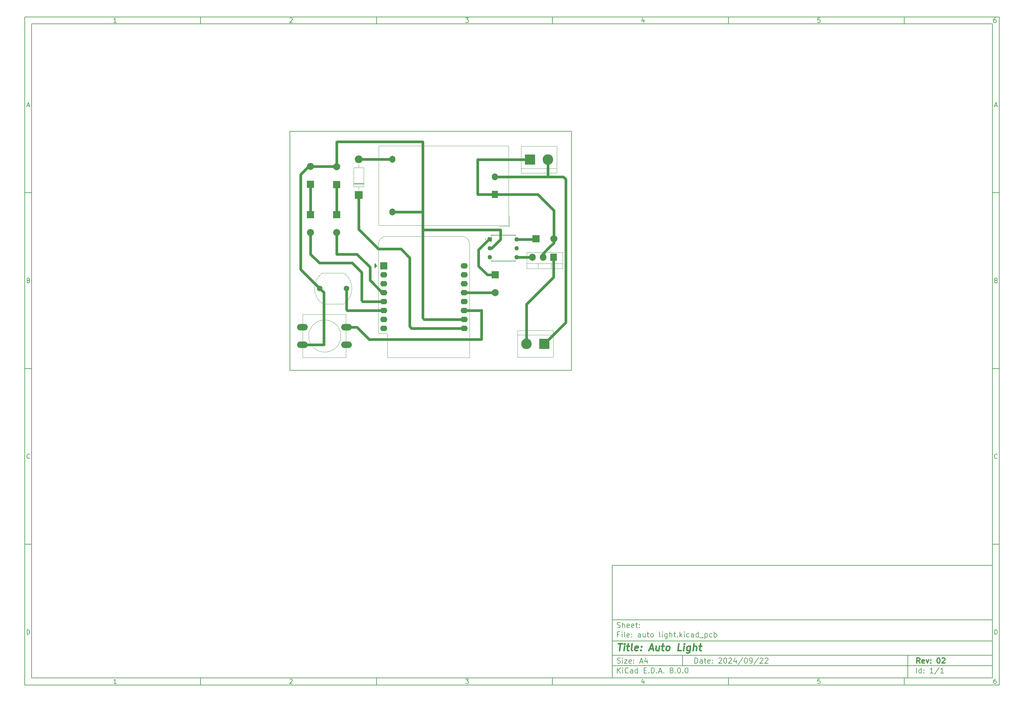
<source format=gbr>
%TF.GenerationSoftware,KiCad,Pcbnew,8.0.0*%
%TF.CreationDate,2024-09-22T00:05:50+06:00*%
%TF.ProjectId,auto light,6175746f-206c-4696-9768-742e6b696361,02*%
%TF.SameCoordinates,Original*%
%TF.FileFunction,Legend,Top*%
%TF.FilePolarity,Positive*%
%FSLAX46Y46*%
G04 Gerber Fmt 4.6, Leading zero omitted, Abs format (unit mm)*
G04 Created by KiCad (PCBNEW 8.0.0) date 2024-09-22 00:05:50*
%MOMM*%
%LPD*%
G01*
G04 APERTURE LIST*
%ADD10C,0.100000*%
%ADD11C,0.150000*%
%ADD12C,0.300000*%
%ADD13C,0.400000*%
%ADD14C,0.120000*%
%ADD15C,0.200000*%
%ADD16C,0.127000*%
%TA.AperFunction,NonConductor*%
%ADD17C,0.200000*%
%TD*%
%TA.AperFunction,ComponentPad*%
%ADD18R,2.000000X2.000000*%
%TD*%
%TA.AperFunction,ComponentPad*%
%ADD19O,2.000000X1.600000*%
%TD*%
%TA.AperFunction,ComponentPad*%
%ADD20C,2.000000*%
%TD*%
%TA.AperFunction,ComponentPad*%
%ADD21R,2.200000X2.200000*%
%TD*%
%TA.AperFunction,ComponentPad*%
%ADD22O,2.200000X2.200000*%
%TD*%
%TA.AperFunction,ComponentPad*%
%ADD23R,1.905000X2.000000*%
%TD*%
%TA.AperFunction,ComponentPad*%
%ADD24O,1.905000X2.000000*%
%TD*%
%TA.AperFunction,ComponentPad*%
%ADD25R,3.000000X3.000000*%
%TD*%
%TA.AperFunction,ComponentPad*%
%ADD26C,3.000000*%
%TD*%
%TA.AperFunction,ComponentPad*%
%ADD27O,3.048000X1.850000*%
%TD*%
%TA.AperFunction,ComponentPad*%
%ADD28C,1.600000*%
%TD*%
%TA.AperFunction,ComponentPad*%
%ADD29R,1.700000X2.000000*%
%TD*%
%TA.AperFunction,ComponentPad*%
%ADD30O,1.700000X2.000000*%
%TD*%
%TA.AperFunction,ComponentPad*%
%ADD31C,1.260000*%
%TD*%
%TA.AperFunction,ComponentPad*%
%ADD32R,1.260000X1.260000*%
%TD*%
%TA.AperFunction,Conductor*%
%ADD33C,0.760000*%
%TD*%
G04 APERTURE END LIST*
D10*
D11*
X177002200Y-166007200D02*
X285002200Y-166007200D01*
X285002200Y-198007200D01*
X177002200Y-198007200D01*
X177002200Y-166007200D01*
D10*
D11*
X10000000Y-10000000D02*
X287002200Y-10000000D01*
X287002200Y-200007200D01*
X10000000Y-200007200D01*
X10000000Y-10000000D01*
D10*
D11*
X12000000Y-12000000D02*
X285002200Y-12000000D01*
X285002200Y-198007200D01*
X12000000Y-198007200D01*
X12000000Y-12000000D01*
D10*
D11*
X60000000Y-12000000D02*
X60000000Y-10000000D01*
D10*
D11*
X110000000Y-12000000D02*
X110000000Y-10000000D01*
D10*
D11*
X160000000Y-12000000D02*
X160000000Y-10000000D01*
D10*
D11*
X210000000Y-12000000D02*
X210000000Y-10000000D01*
D10*
D11*
X260000000Y-12000000D02*
X260000000Y-10000000D01*
D10*
D11*
X36089160Y-11593604D02*
X35346303Y-11593604D01*
X35717731Y-11593604D02*
X35717731Y-10293604D01*
X35717731Y-10293604D02*
X35593922Y-10479319D01*
X35593922Y-10479319D02*
X35470112Y-10603128D01*
X35470112Y-10603128D02*
X35346303Y-10665033D01*
D10*
D11*
X85346303Y-10417414D02*
X85408207Y-10355509D01*
X85408207Y-10355509D02*
X85532017Y-10293604D01*
X85532017Y-10293604D02*
X85841541Y-10293604D01*
X85841541Y-10293604D02*
X85965350Y-10355509D01*
X85965350Y-10355509D02*
X86027255Y-10417414D01*
X86027255Y-10417414D02*
X86089160Y-10541223D01*
X86089160Y-10541223D02*
X86089160Y-10665033D01*
X86089160Y-10665033D02*
X86027255Y-10850747D01*
X86027255Y-10850747D02*
X85284398Y-11593604D01*
X85284398Y-11593604D02*
X86089160Y-11593604D01*
D10*
D11*
X135284398Y-10293604D02*
X136089160Y-10293604D01*
X136089160Y-10293604D02*
X135655826Y-10788842D01*
X135655826Y-10788842D02*
X135841541Y-10788842D01*
X135841541Y-10788842D02*
X135965350Y-10850747D01*
X135965350Y-10850747D02*
X136027255Y-10912652D01*
X136027255Y-10912652D02*
X136089160Y-11036461D01*
X136089160Y-11036461D02*
X136089160Y-11345985D01*
X136089160Y-11345985D02*
X136027255Y-11469795D01*
X136027255Y-11469795D02*
X135965350Y-11531700D01*
X135965350Y-11531700D02*
X135841541Y-11593604D01*
X135841541Y-11593604D02*
X135470112Y-11593604D01*
X135470112Y-11593604D02*
X135346303Y-11531700D01*
X135346303Y-11531700D02*
X135284398Y-11469795D01*
D10*
D11*
X185965350Y-10726938D02*
X185965350Y-11593604D01*
X185655826Y-10231700D02*
X185346303Y-11160271D01*
X185346303Y-11160271D02*
X186151064Y-11160271D01*
D10*
D11*
X236027255Y-10293604D02*
X235408207Y-10293604D01*
X235408207Y-10293604D02*
X235346303Y-10912652D01*
X235346303Y-10912652D02*
X235408207Y-10850747D01*
X235408207Y-10850747D02*
X235532017Y-10788842D01*
X235532017Y-10788842D02*
X235841541Y-10788842D01*
X235841541Y-10788842D02*
X235965350Y-10850747D01*
X235965350Y-10850747D02*
X236027255Y-10912652D01*
X236027255Y-10912652D02*
X236089160Y-11036461D01*
X236089160Y-11036461D02*
X236089160Y-11345985D01*
X236089160Y-11345985D02*
X236027255Y-11469795D01*
X236027255Y-11469795D02*
X235965350Y-11531700D01*
X235965350Y-11531700D02*
X235841541Y-11593604D01*
X235841541Y-11593604D02*
X235532017Y-11593604D01*
X235532017Y-11593604D02*
X235408207Y-11531700D01*
X235408207Y-11531700D02*
X235346303Y-11469795D01*
D10*
D11*
X285965350Y-10293604D02*
X285717731Y-10293604D01*
X285717731Y-10293604D02*
X285593922Y-10355509D01*
X285593922Y-10355509D02*
X285532017Y-10417414D01*
X285532017Y-10417414D02*
X285408207Y-10603128D01*
X285408207Y-10603128D02*
X285346303Y-10850747D01*
X285346303Y-10850747D02*
X285346303Y-11345985D01*
X285346303Y-11345985D02*
X285408207Y-11469795D01*
X285408207Y-11469795D02*
X285470112Y-11531700D01*
X285470112Y-11531700D02*
X285593922Y-11593604D01*
X285593922Y-11593604D02*
X285841541Y-11593604D01*
X285841541Y-11593604D02*
X285965350Y-11531700D01*
X285965350Y-11531700D02*
X286027255Y-11469795D01*
X286027255Y-11469795D02*
X286089160Y-11345985D01*
X286089160Y-11345985D02*
X286089160Y-11036461D01*
X286089160Y-11036461D02*
X286027255Y-10912652D01*
X286027255Y-10912652D02*
X285965350Y-10850747D01*
X285965350Y-10850747D02*
X285841541Y-10788842D01*
X285841541Y-10788842D02*
X285593922Y-10788842D01*
X285593922Y-10788842D02*
X285470112Y-10850747D01*
X285470112Y-10850747D02*
X285408207Y-10912652D01*
X285408207Y-10912652D02*
X285346303Y-11036461D01*
D10*
D11*
X60000000Y-198007200D02*
X60000000Y-200007200D01*
D10*
D11*
X110000000Y-198007200D02*
X110000000Y-200007200D01*
D10*
D11*
X160000000Y-198007200D02*
X160000000Y-200007200D01*
D10*
D11*
X210000000Y-198007200D02*
X210000000Y-200007200D01*
D10*
D11*
X260000000Y-198007200D02*
X260000000Y-200007200D01*
D10*
D11*
X36089160Y-199600804D02*
X35346303Y-199600804D01*
X35717731Y-199600804D02*
X35717731Y-198300804D01*
X35717731Y-198300804D02*
X35593922Y-198486519D01*
X35593922Y-198486519D02*
X35470112Y-198610328D01*
X35470112Y-198610328D02*
X35346303Y-198672233D01*
D10*
D11*
X85346303Y-198424614D02*
X85408207Y-198362709D01*
X85408207Y-198362709D02*
X85532017Y-198300804D01*
X85532017Y-198300804D02*
X85841541Y-198300804D01*
X85841541Y-198300804D02*
X85965350Y-198362709D01*
X85965350Y-198362709D02*
X86027255Y-198424614D01*
X86027255Y-198424614D02*
X86089160Y-198548423D01*
X86089160Y-198548423D02*
X86089160Y-198672233D01*
X86089160Y-198672233D02*
X86027255Y-198857947D01*
X86027255Y-198857947D02*
X85284398Y-199600804D01*
X85284398Y-199600804D02*
X86089160Y-199600804D01*
D10*
D11*
X135284398Y-198300804D02*
X136089160Y-198300804D01*
X136089160Y-198300804D02*
X135655826Y-198796042D01*
X135655826Y-198796042D02*
X135841541Y-198796042D01*
X135841541Y-198796042D02*
X135965350Y-198857947D01*
X135965350Y-198857947D02*
X136027255Y-198919852D01*
X136027255Y-198919852D02*
X136089160Y-199043661D01*
X136089160Y-199043661D02*
X136089160Y-199353185D01*
X136089160Y-199353185D02*
X136027255Y-199476995D01*
X136027255Y-199476995D02*
X135965350Y-199538900D01*
X135965350Y-199538900D02*
X135841541Y-199600804D01*
X135841541Y-199600804D02*
X135470112Y-199600804D01*
X135470112Y-199600804D02*
X135346303Y-199538900D01*
X135346303Y-199538900D02*
X135284398Y-199476995D01*
D10*
D11*
X185965350Y-198734138D02*
X185965350Y-199600804D01*
X185655826Y-198238900D02*
X185346303Y-199167471D01*
X185346303Y-199167471D02*
X186151064Y-199167471D01*
D10*
D11*
X236027255Y-198300804D02*
X235408207Y-198300804D01*
X235408207Y-198300804D02*
X235346303Y-198919852D01*
X235346303Y-198919852D02*
X235408207Y-198857947D01*
X235408207Y-198857947D02*
X235532017Y-198796042D01*
X235532017Y-198796042D02*
X235841541Y-198796042D01*
X235841541Y-198796042D02*
X235965350Y-198857947D01*
X235965350Y-198857947D02*
X236027255Y-198919852D01*
X236027255Y-198919852D02*
X236089160Y-199043661D01*
X236089160Y-199043661D02*
X236089160Y-199353185D01*
X236089160Y-199353185D02*
X236027255Y-199476995D01*
X236027255Y-199476995D02*
X235965350Y-199538900D01*
X235965350Y-199538900D02*
X235841541Y-199600804D01*
X235841541Y-199600804D02*
X235532017Y-199600804D01*
X235532017Y-199600804D02*
X235408207Y-199538900D01*
X235408207Y-199538900D02*
X235346303Y-199476995D01*
D10*
D11*
X285965350Y-198300804D02*
X285717731Y-198300804D01*
X285717731Y-198300804D02*
X285593922Y-198362709D01*
X285593922Y-198362709D02*
X285532017Y-198424614D01*
X285532017Y-198424614D02*
X285408207Y-198610328D01*
X285408207Y-198610328D02*
X285346303Y-198857947D01*
X285346303Y-198857947D02*
X285346303Y-199353185D01*
X285346303Y-199353185D02*
X285408207Y-199476995D01*
X285408207Y-199476995D02*
X285470112Y-199538900D01*
X285470112Y-199538900D02*
X285593922Y-199600804D01*
X285593922Y-199600804D02*
X285841541Y-199600804D01*
X285841541Y-199600804D02*
X285965350Y-199538900D01*
X285965350Y-199538900D02*
X286027255Y-199476995D01*
X286027255Y-199476995D02*
X286089160Y-199353185D01*
X286089160Y-199353185D02*
X286089160Y-199043661D01*
X286089160Y-199043661D02*
X286027255Y-198919852D01*
X286027255Y-198919852D02*
X285965350Y-198857947D01*
X285965350Y-198857947D02*
X285841541Y-198796042D01*
X285841541Y-198796042D02*
X285593922Y-198796042D01*
X285593922Y-198796042D02*
X285470112Y-198857947D01*
X285470112Y-198857947D02*
X285408207Y-198919852D01*
X285408207Y-198919852D02*
X285346303Y-199043661D01*
D10*
D11*
X10000000Y-60000000D02*
X12000000Y-60000000D01*
D10*
D11*
X10000000Y-110000000D02*
X12000000Y-110000000D01*
D10*
D11*
X10000000Y-160000000D02*
X12000000Y-160000000D01*
D10*
D11*
X10690476Y-35222176D02*
X11309523Y-35222176D01*
X10566666Y-35593604D02*
X10999999Y-34293604D01*
X10999999Y-34293604D02*
X11433333Y-35593604D01*
D10*
D11*
X11092857Y-84912652D02*
X11278571Y-84974557D01*
X11278571Y-84974557D02*
X11340476Y-85036461D01*
X11340476Y-85036461D02*
X11402380Y-85160271D01*
X11402380Y-85160271D02*
X11402380Y-85345985D01*
X11402380Y-85345985D02*
X11340476Y-85469795D01*
X11340476Y-85469795D02*
X11278571Y-85531700D01*
X11278571Y-85531700D02*
X11154761Y-85593604D01*
X11154761Y-85593604D02*
X10659523Y-85593604D01*
X10659523Y-85593604D02*
X10659523Y-84293604D01*
X10659523Y-84293604D02*
X11092857Y-84293604D01*
X11092857Y-84293604D02*
X11216666Y-84355509D01*
X11216666Y-84355509D02*
X11278571Y-84417414D01*
X11278571Y-84417414D02*
X11340476Y-84541223D01*
X11340476Y-84541223D02*
X11340476Y-84665033D01*
X11340476Y-84665033D02*
X11278571Y-84788842D01*
X11278571Y-84788842D02*
X11216666Y-84850747D01*
X11216666Y-84850747D02*
X11092857Y-84912652D01*
X11092857Y-84912652D02*
X10659523Y-84912652D01*
D10*
D11*
X11402380Y-135469795D02*
X11340476Y-135531700D01*
X11340476Y-135531700D02*
X11154761Y-135593604D01*
X11154761Y-135593604D02*
X11030952Y-135593604D01*
X11030952Y-135593604D02*
X10845238Y-135531700D01*
X10845238Y-135531700D02*
X10721428Y-135407890D01*
X10721428Y-135407890D02*
X10659523Y-135284080D01*
X10659523Y-135284080D02*
X10597619Y-135036461D01*
X10597619Y-135036461D02*
X10597619Y-134850747D01*
X10597619Y-134850747D02*
X10659523Y-134603128D01*
X10659523Y-134603128D02*
X10721428Y-134479319D01*
X10721428Y-134479319D02*
X10845238Y-134355509D01*
X10845238Y-134355509D02*
X11030952Y-134293604D01*
X11030952Y-134293604D02*
X11154761Y-134293604D01*
X11154761Y-134293604D02*
X11340476Y-134355509D01*
X11340476Y-134355509D02*
X11402380Y-134417414D01*
D10*
D11*
X10659523Y-185593604D02*
X10659523Y-184293604D01*
X10659523Y-184293604D02*
X10969047Y-184293604D01*
X10969047Y-184293604D02*
X11154761Y-184355509D01*
X11154761Y-184355509D02*
X11278571Y-184479319D01*
X11278571Y-184479319D02*
X11340476Y-184603128D01*
X11340476Y-184603128D02*
X11402380Y-184850747D01*
X11402380Y-184850747D02*
X11402380Y-185036461D01*
X11402380Y-185036461D02*
X11340476Y-185284080D01*
X11340476Y-185284080D02*
X11278571Y-185407890D01*
X11278571Y-185407890D02*
X11154761Y-185531700D01*
X11154761Y-185531700D02*
X10969047Y-185593604D01*
X10969047Y-185593604D02*
X10659523Y-185593604D01*
D10*
D11*
X287002200Y-60000000D02*
X285002200Y-60000000D01*
D10*
D11*
X287002200Y-110000000D02*
X285002200Y-110000000D01*
D10*
D11*
X287002200Y-160000000D02*
X285002200Y-160000000D01*
D10*
D11*
X285692676Y-35222176D02*
X286311723Y-35222176D01*
X285568866Y-35593604D02*
X286002199Y-34293604D01*
X286002199Y-34293604D02*
X286435533Y-35593604D01*
D10*
D11*
X286095057Y-84912652D02*
X286280771Y-84974557D01*
X286280771Y-84974557D02*
X286342676Y-85036461D01*
X286342676Y-85036461D02*
X286404580Y-85160271D01*
X286404580Y-85160271D02*
X286404580Y-85345985D01*
X286404580Y-85345985D02*
X286342676Y-85469795D01*
X286342676Y-85469795D02*
X286280771Y-85531700D01*
X286280771Y-85531700D02*
X286156961Y-85593604D01*
X286156961Y-85593604D02*
X285661723Y-85593604D01*
X285661723Y-85593604D02*
X285661723Y-84293604D01*
X285661723Y-84293604D02*
X286095057Y-84293604D01*
X286095057Y-84293604D02*
X286218866Y-84355509D01*
X286218866Y-84355509D02*
X286280771Y-84417414D01*
X286280771Y-84417414D02*
X286342676Y-84541223D01*
X286342676Y-84541223D02*
X286342676Y-84665033D01*
X286342676Y-84665033D02*
X286280771Y-84788842D01*
X286280771Y-84788842D02*
X286218866Y-84850747D01*
X286218866Y-84850747D02*
X286095057Y-84912652D01*
X286095057Y-84912652D02*
X285661723Y-84912652D01*
D10*
D11*
X286404580Y-135469795D02*
X286342676Y-135531700D01*
X286342676Y-135531700D02*
X286156961Y-135593604D01*
X286156961Y-135593604D02*
X286033152Y-135593604D01*
X286033152Y-135593604D02*
X285847438Y-135531700D01*
X285847438Y-135531700D02*
X285723628Y-135407890D01*
X285723628Y-135407890D02*
X285661723Y-135284080D01*
X285661723Y-135284080D02*
X285599819Y-135036461D01*
X285599819Y-135036461D02*
X285599819Y-134850747D01*
X285599819Y-134850747D02*
X285661723Y-134603128D01*
X285661723Y-134603128D02*
X285723628Y-134479319D01*
X285723628Y-134479319D02*
X285847438Y-134355509D01*
X285847438Y-134355509D02*
X286033152Y-134293604D01*
X286033152Y-134293604D02*
X286156961Y-134293604D01*
X286156961Y-134293604D02*
X286342676Y-134355509D01*
X286342676Y-134355509D02*
X286404580Y-134417414D01*
D10*
D11*
X285661723Y-185593604D02*
X285661723Y-184293604D01*
X285661723Y-184293604D02*
X285971247Y-184293604D01*
X285971247Y-184293604D02*
X286156961Y-184355509D01*
X286156961Y-184355509D02*
X286280771Y-184479319D01*
X286280771Y-184479319D02*
X286342676Y-184603128D01*
X286342676Y-184603128D02*
X286404580Y-184850747D01*
X286404580Y-184850747D02*
X286404580Y-185036461D01*
X286404580Y-185036461D02*
X286342676Y-185284080D01*
X286342676Y-185284080D02*
X286280771Y-185407890D01*
X286280771Y-185407890D02*
X286156961Y-185531700D01*
X286156961Y-185531700D02*
X285971247Y-185593604D01*
X285971247Y-185593604D02*
X285661723Y-185593604D01*
D10*
D11*
X200458026Y-193793328D02*
X200458026Y-192293328D01*
X200458026Y-192293328D02*
X200815169Y-192293328D01*
X200815169Y-192293328D02*
X201029455Y-192364757D01*
X201029455Y-192364757D02*
X201172312Y-192507614D01*
X201172312Y-192507614D02*
X201243741Y-192650471D01*
X201243741Y-192650471D02*
X201315169Y-192936185D01*
X201315169Y-192936185D02*
X201315169Y-193150471D01*
X201315169Y-193150471D02*
X201243741Y-193436185D01*
X201243741Y-193436185D02*
X201172312Y-193579042D01*
X201172312Y-193579042D02*
X201029455Y-193721900D01*
X201029455Y-193721900D02*
X200815169Y-193793328D01*
X200815169Y-193793328D02*
X200458026Y-193793328D01*
X202600884Y-193793328D02*
X202600884Y-193007614D01*
X202600884Y-193007614D02*
X202529455Y-192864757D01*
X202529455Y-192864757D02*
X202386598Y-192793328D01*
X202386598Y-192793328D02*
X202100884Y-192793328D01*
X202100884Y-192793328D02*
X201958026Y-192864757D01*
X202600884Y-193721900D02*
X202458026Y-193793328D01*
X202458026Y-193793328D02*
X202100884Y-193793328D01*
X202100884Y-193793328D02*
X201958026Y-193721900D01*
X201958026Y-193721900D02*
X201886598Y-193579042D01*
X201886598Y-193579042D02*
X201886598Y-193436185D01*
X201886598Y-193436185D02*
X201958026Y-193293328D01*
X201958026Y-193293328D02*
X202100884Y-193221900D01*
X202100884Y-193221900D02*
X202458026Y-193221900D01*
X202458026Y-193221900D02*
X202600884Y-193150471D01*
X203100884Y-192793328D02*
X203672312Y-192793328D01*
X203315169Y-192293328D02*
X203315169Y-193579042D01*
X203315169Y-193579042D02*
X203386598Y-193721900D01*
X203386598Y-193721900D02*
X203529455Y-193793328D01*
X203529455Y-193793328D02*
X203672312Y-193793328D01*
X204743741Y-193721900D02*
X204600884Y-193793328D01*
X204600884Y-193793328D02*
X204315170Y-193793328D01*
X204315170Y-193793328D02*
X204172312Y-193721900D01*
X204172312Y-193721900D02*
X204100884Y-193579042D01*
X204100884Y-193579042D02*
X204100884Y-193007614D01*
X204100884Y-193007614D02*
X204172312Y-192864757D01*
X204172312Y-192864757D02*
X204315170Y-192793328D01*
X204315170Y-192793328D02*
X204600884Y-192793328D01*
X204600884Y-192793328D02*
X204743741Y-192864757D01*
X204743741Y-192864757D02*
X204815170Y-193007614D01*
X204815170Y-193007614D02*
X204815170Y-193150471D01*
X204815170Y-193150471D02*
X204100884Y-193293328D01*
X205458026Y-193650471D02*
X205529455Y-193721900D01*
X205529455Y-193721900D02*
X205458026Y-193793328D01*
X205458026Y-193793328D02*
X205386598Y-193721900D01*
X205386598Y-193721900D02*
X205458026Y-193650471D01*
X205458026Y-193650471D02*
X205458026Y-193793328D01*
X205458026Y-192864757D02*
X205529455Y-192936185D01*
X205529455Y-192936185D02*
X205458026Y-193007614D01*
X205458026Y-193007614D02*
X205386598Y-192936185D01*
X205386598Y-192936185D02*
X205458026Y-192864757D01*
X205458026Y-192864757D02*
X205458026Y-193007614D01*
X207243741Y-192436185D02*
X207315169Y-192364757D01*
X207315169Y-192364757D02*
X207458027Y-192293328D01*
X207458027Y-192293328D02*
X207815169Y-192293328D01*
X207815169Y-192293328D02*
X207958027Y-192364757D01*
X207958027Y-192364757D02*
X208029455Y-192436185D01*
X208029455Y-192436185D02*
X208100884Y-192579042D01*
X208100884Y-192579042D02*
X208100884Y-192721900D01*
X208100884Y-192721900D02*
X208029455Y-192936185D01*
X208029455Y-192936185D02*
X207172312Y-193793328D01*
X207172312Y-193793328D02*
X208100884Y-193793328D01*
X209029455Y-192293328D02*
X209172312Y-192293328D01*
X209172312Y-192293328D02*
X209315169Y-192364757D01*
X209315169Y-192364757D02*
X209386598Y-192436185D01*
X209386598Y-192436185D02*
X209458026Y-192579042D01*
X209458026Y-192579042D02*
X209529455Y-192864757D01*
X209529455Y-192864757D02*
X209529455Y-193221900D01*
X209529455Y-193221900D02*
X209458026Y-193507614D01*
X209458026Y-193507614D02*
X209386598Y-193650471D01*
X209386598Y-193650471D02*
X209315169Y-193721900D01*
X209315169Y-193721900D02*
X209172312Y-193793328D01*
X209172312Y-193793328D02*
X209029455Y-193793328D01*
X209029455Y-193793328D02*
X208886598Y-193721900D01*
X208886598Y-193721900D02*
X208815169Y-193650471D01*
X208815169Y-193650471D02*
X208743740Y-193507614D01*
X208743740Y-193507614D02*
X208672312Y-193221900D01*
X208672312Y-193221900D02*
X208672312Y-192864757D01*
X208672312Y-192864757D02*
X208743740Y-192579042D01*
X208743740Y-192579042D02*
X208815169Y-192436185D01*
X208815169Y-192436185D02*
X208886598Y-192364757D01*
X208886598Y-192364757D02*
X209029455Y-192293328D01*
X210100883Y-192436185D02*
X210172311Y-192364757D01*
X210172311Y-192364757D02*
X210315169Y-192293328D01*
X210315169Y-192293328D02*
X210672311Y-192293328D01*
X210672311Y-192293328D02*
X210815169Y-192364757D01*
X210815169Y-192364757D02*
X210886597Y-192436185D01*
X210886597Y-192436185D02*
X210958026Y-192579042D01*
X210958026Y-192579042D02*
X210958026Y-192721900D01*
X210958026Y-192721900D02*
X210886597Y-192936185D01*
X210886597Y-192936185D02*
X210029454Y-193793328D01*
X210029454Y-193793328D02*
X210958026Y-193793328D01*
X212243740Y-192793328D02*
X212243740Y-193793328D01*
X211886597Y-192221900D02*
X211529454Y-193293328D01*
X211529454Y-193293328D02*
X212458025Y-193293328D01*
X214100882Y-192221900D02*
X212815168Y-194150471D01*
X214886597Y-192293328D02*
X215029454Y-192293328D01*
X215029454Y-192293328D02*
X215172311Y-192364757D01*
X215172311Y-192364757D02*
X215243740Y-192436185D01*
X215243740Y-192436185D02*
X215315168Y-192579042D01*
X215315168Y-192579042D02*
X215386597Y-192864757D01*
X215386597Y-192864757D02*
X215386597Y-193221900D01*
X215386597Y-193221900D02*
X215315168Y-193507614D01*
X215315168Y-193507614D02*
X215243740Y-193650471D01*
X215243740Y-193650471D02*
X215172311Y-193721900D01*
X215172311Y-193721900D02*
X215029454Y-193793328D01*
X215029454Y-193793328D02*
X214886597Y-193793328D01*
X214886597Y-193793328D02*
X214743740Y-193721900D01*
X214743740Y-193721900D02*
X214672311Y-193650471D01*
X214672311Y-193650471D02*
X214600882Y-193507614D01*
X214600882Y-193507614D02*
X214529454Y-193221900D01*
X214529454Y-193221900D02*
X214529454Y-192864757D01*
X214529454Y-192864757D02*
X214600882Y-192579042D01*
X214600882Y-192579042D02*
X214672311Y-192436185D01*
X214672311Y-192436185D02*
X214743740Y-192364757D01*
X214743740Y-192364757D02*
X214886597Y-192293328D01*
X216100882Y-193793328D02*
X216386596Y-193793328D01*
X216386596Y-193793328D02*
X216529453Y-193721900D01*
X216529453Y-193721900D02*
X216600882Y-193650471D01*
X216600882Y-193650471D02*
X216743739Y-193436185D01*
X216743739Y-193436185D02*
X216815168Y-193150471D01*
X216815168Y-193150471D02*
X216815168Y-192579042D01*
X216815168Y-192579042D02*
X216743739Y-192436185D01*
X216743739Y-192436185D02*
X216672311Y-192364757D01*
X216672311Y-192364757D02*
X216529453Y-192293328D01*
X216529453Y-192293328D02*
X216243739Y-192293328D01*
X216243739Y-192293328D02*
X216100882Y-192364757D01*
X216100882Y-192364757D02*
X216029453Y-192436185D01*
X216029453Y-192436185D02*
X215958025Y-192579042D01*
X215958025Y-192579042D02*
X215958025Y-192936185D01*
X215958025Y-192936185D02*
X216029453Y-193079042D01*
X216029453Y-193079042D02*
X216100882Y-193150471D01*
X216100882Y-193150471D02*
X216243739Y-193221900D01*
X216243739Y-193221900D02*
X216529453Y-193221900D01*
X216529453Y-193221900D02*
X216672311Y-193150471D01*
X216672311Y-193150471D02*
X216743739Y-193079042D01*
X216743739Y-193079042D02*
X216815168Y-192936185D01*
X218529453Y-192221900D02*
X217243739Y-194150471D01*
X218958025Y-192436185D02*
X219029453Y-192364757D01*
X219029453Y-192364757D02*
X219172311Y-192293328D01*
X219172311Y-192293328D02*
X219529453Y-192293328D01*
X219529453Y-192293328D02*
X219672311Y-192364757D01*
X219672311Y-192364757D02*
X219743739Y-192436185D01*
X219743739Y-192436185D02*
X219815168Y-192579042D01*
X219815168Y-192579042D02*
X219815168Y-192721900D01*
X219815168Y-192721900D02*
X219743739Y-192936185D01*
X219743739Y-192936185D02*
X218886596Y-193793328D01*
X218886596Y-193793328D02*
X219815168Y-193793328D01*
X220386596Y-192436185D02*
X220458024Y-192364757D01*
X220458024Y-192364757D02*
X220600882Y-192293328D01*
X220600882Y-192293328D02*
X220958024Y-192293328D01*
X220958024Y-192293328D02*
X221100882Y-192364757D01*
X221100882Y-192364757D02*
X221172310Y-192436185D01*
X221172310Y-192436185D02*
X221243739Y-192579042D01*
X221243739Y-192579042D02*
X221243739Y-192721900D01*
X221243739Y-192721900D02*
X221172310Y-192936185D01*
X221172310Y-192936185D02*
X220315167Y-193793328D01*
X220315167Y-193793328D02*
X221243739Y-193793328D01*
D10*
D11*
X177002200Y-194507200D02*
X285002200Y-194507200D01*
D10*
D11*
X178458026Y-196593328D02*
X178458026Y-195093328D01*
X179315169Y-196593328D02*
X178672312Y-195736185D01*
X179315169Y-195093328D02*
X178458026Y-195950471D01*
X179958026Y-196593328D02*
X179958026Y-195593328D01*
X179958026Y-195093328D02*
X179886598Y-195164757D01*
X179886598Y-195164757D02*
X179958026Y-195236185D01*
X179958026Y-195236185D02*
X180029455Y-195164757D01*
X180029455Y-195164757D02*
X179958026Y-195093328D01*
X179958026Y-195093328D02*
X179958026Y-195236185D01*
X181529455Y-196450471D02*
X181458027Y-196521900D01*
X181458027Y-196521900D02*
X181243741Y-196593328D01*
X181243741Y-196593328D02*
X181100884Y-196593328D01*
X181100884Y-196593328D02*
X180886598Y-196521900D01*
X180886598Y-196521900D02*
X180743741Y-196379042D01*
X180743741Y-196379042D02*
X180672312Y-196236185D01*
X180672312Y-196236185D02*
X180600884Y-195950471D01*
X180600884Y-195950471D02*
X180600884Y-195736185D01*
X180600884Y-195736185D02*
X180672312Y-195450471D01*
X180672312Y-195450471D02*
X180743741Y-195307614D01*
X180743741Y-195307614D02*
X180886598Y-195164757D01*
X180886598Y-195164757D02*
X181100884Y-195093328D01*
X181100884Y-195093328D02*
X181243741Y-195093328D01*
X181243741Y-195093328D02*
X181458027Y-195164757D01*
X181458027Y-195164757D02*
X181529455Y-195236185D01*
X182815170Y-196593328D02*
X182815170Y-195807614D01*
X182815170Y-195807614D02*
X182743741Y-195664757D01*
X182743741Y-195664757D02*
X182600884Y-195593328D01*
X182600884Y-195593328D02*
X182315170Y-195593328D01*
X182315170Y-195593328D02*
X182172312Y-195664757D01*
X182815170Y-196521900D02*
X182672312Y-196593328D01*
X182672312Y-196593328D02*
X182315170Y-196593328D01*
X182315170Y-196593328D02*
X182172312Y-196521900D01*
X182172312Y-196521900D02*
X182100884Y-196379042D01*
X182100884Y-196379042D02*
X182100884Y-196236185D01*
X182100884Y-196236185D02*
X182172312Y-196093328D01*
X182172312Y-196093328D02*
X182315170Y-196021900D01*
X182315170Y-196021900D02*
X182672312Y-196021900D01*
X182672312Y-196021900D02*
X182815170Y-195950471D01*
X184172313Y-196593328D02*
X184172313Y-195093328D01*
X184172313Y-196521900D02*
X184029455Y-196593328D01*
X184029455Y-196593328D02*
X183743741Y-196593328D01*
X183743741Y-196593328D02*
X183600884Y-196521900D01*
X183600884Y-196521900D02*
X183529455Y-196450471D01*
X183529455Y-196450471D02*
X183458027Y-196307614D01*
X183458027Y-196307614D02*
X183458027Y-195879042D01*
X183458027Y-195879042D02*
X183529455Y-195736185D01*
X183529455Y-195736185D02*
X183600884Y-195664757D01*
X183600884Y-195664757D02*
X183743741Y-195593328D01*
X183743741Y-195593328D02*
X184029455Y-195593328D01*
X184029455Y-195593328D02*
X184172313Y-195664757D01*
X186029455Y-195807614D02*
X186529455Y-195807614D01*
X186743741Y-196593328D02*
X186029455Y-196593328D01*
X186029455Y-196593328D02*
X186029455Y-195093328D01*
X186029455Y-195093328D02*
X186743741Y-195093328D01*
X187386598Y-196450471D02*
X187458027Y-196521900D01*
X187458027Y-196521900D02*
X187386598Y-196593328D01*
X187386598Y-196593328D02*
X187315170Y-196521900D01*
X187315170Y-196521900D02*
X187386598Y-196450471D01*
X187386598Y-196450471D02*
X187386598Y-196593328D01*
X188100884Y-196593328D02*
X188100884Y-195093328D01*
X188100884Y-195093328D02*
X188458027Y-195093328D01*
X188458027Y-195093328D02*
X188672313Y-195164757D01*
X188672313Y-195164757D02*
X188815170Y-195307614D01*
X188815170Y-195307614D02*
X188886599Y-195450471D01*
X188886599Y-195450471D02*
X188958027Y-195736185D01*
X188958027Y-195736185D02*
X188958027Y-195950471D01*
X188958027Y-195950471D02*
X188886599Y-196236185D01*
X188886599Y-196236185D02*
X188815170Y-196379042D01*
X188815170Y-196379042D02*
X188672313Y-196521900D01*
X188672313Y-196521900D02*
X188458027Y-196593328D01*
X188458027Y-196593328D02*
X188100884Y-196593328D01*
X189600884Y-196450471D02*
X189672313Y-196521900D01*
X189672313Y-196521900D02*
X189600884Y-196593328D01*
X189600884Y-196593328D02*
X189529456Y-196521900D01*
X189529456Y-196521900D02*
X189600884Y-196450471D01*
X189600884Y-196450471D02*
X189600884Y-196593328D01*
X190243742Y-196164757D02*
X190958028Y-196164757D01*
X190100885Y-196593328D02*
X190600885Y-195093328D01*
X190600885Y-195093328D02*
X191100885Y-196593328D01*
X191600884Y-196450471D02*
X191672313Y-196521900D01*
X191672313Y-196521900D02*
X191600884Y-196593328D01*
X191600884Y-196593328D02*
X191529456Y-196521900D01*
X191529456Y-196521900D02*
X191600884Y-196450471D01*
X191600884Y-196450471D02*
X191600884Y-196593328D01*
X193672313Y-195736185D02*
X193529456Y-195664757D01*
X193529456Y-195664757D02*
X193458027Y-195593328D01*
X193458027Y-195593328D02*
X193386599Y-195450471D01*
X193386599Y-195450471D02*
X193386599Y-195379042D01*
X193386599Y-195379042D02*
X193458027Y-195236185D01*
X193458027Y-195236185D02*
X193529456Y-195164757D01*
X193529456Y-195164757D02*
X193672313Y-195093328D01*
X193672313Y-195093328D02*
X193958027Y-195093328D01*
X193958027Y-195093328D02*
X194100885Y-195164757D01*
X194100885Y-195164757D02*
X194172313Y-195236185D01*
X194172313Y-195236185D02*
X194243742Y-195379042D01*
X194243742Y-195379042D02*
X194243742Y-195450471D01*
X194243742Y-195450471D02*
X194172313Y-195593328D01*
X194172313Y-195593328D02*
X194100885Y-195664757D01*
X194100885Y-195664757D02*
X193958027Y-195736185D01*
X193958027Y-195736185D02*
X193672313Y-195736185D01*
X193672313Y-195736185D02*
X193529456Y-195807614D01*
X193529456Y-195807614D02*
X193458027Y-195879042D01*
X193458027Y-195879042D02*
X193386599Y-196021900D01*
X193386599Y-196021900D02*
X193386599Y-196307614D01*
X193386599Y-196307614D02*
X193458027Y-196450471D01*
X193458027Y-196450471D02*
X193529456Y-196521900D01*
X193529456Y-196521900D02*
X193672313Y-196593328D01*
X193672313Y-196593328D02*
X193958027Y-196593328D01*
X193958027Y-196593328D02*
X194100885Y-196521900D01*
X194100885Y-196521900D02*
X194172313Y-196450471D01*
X194172313Y-196450471D02*
X194243742Y-196307614D01*
X194243742Y-196307614D02*
X194243742Y-196021900D01*
X194243742Y-196021900D02*
X194172313Y-195879042D01*
X194172313Y-195879042D02*
X194100885Y-195807614D01*
X194100885Y-195807614D02*
X193958027Y-195736185D01*
X194886598Y-196450471D02*
X194958027Y-196521900D01*
X194958027Y-196521900D02*
X194886598Y-196593328D01*
X194886598Y-196593328D02*
X194815170Y-196521900D01*
X194815170Y-196521900D02*
X194886598Y-196450471D01*
X194886598Y-196450471D02*
X194886598Y-196593328D01*
X195886599Y-195093328D02*
X196029456Y-195093328D01*
X196029456Y-195093328D02*
X196172313Y-195164757D01*
X196172313Y-195164757D02*
X196243742Y-195236185D01*
X196243742Y-195236185D02*
X196315170Y-195379042D01*
X196315170Y-195379042D02*
X196386599Y-195664757D01*
X196386599Y-195664757D02*
X196386599Y-196021900D01*
X196386599Y-196021900D02*
X196315170Y-196307614D01*
X196315170Y-196307614D02*
X196243742Y-196450471D01*
X196243742Y-196450471D02*
X196172313Y-196521900D01*
X196172313Y-196521900D02*
X196029456Y-196593328D01*
X196029456Y-196593328D02*
X195886599Y-196593328D01*
X195886599Y-196593328D02*
X195743742Y-196521900D01*
X195743742Y-196521900D02*
X195672313Y-196450471D01*
X195672313Y-196450471D02*
X195600884Y-196307614D01*
X195600884Y-196307614D02*
X195529456Y-196021900D01*
X195529456Y-196021900D02*
X195529456Y-195664757D01*
X195529456Y-195664757D02*
X195600884Y-195379042D01*
X195600884Y-195379042D02*
X195672313Y-195236185D01*
X195672313Y-195236185D02*
X195743742Y-195164757D01*
X195743742Y-195164757D02*
X195886599Y-195093328D01*
X197029455Y-196450471D02*
X197100884Y-196521900D01*
X197100884Y-196521900D02*
X197029455Y-196593328D01*
X197029455Y-196593328D02*
X196958027Y-196521900D01*
X196958027Y-196521900D02*
X197029455Y-196450471D01*
X197029455Y-196450471D02*
X197029455Y-196593328D01*
X198029456Y-195093328D02*
X198172313Y-195093328D01*
X198172313Y-195093328D02*
X198315170Y-195164757D01*
X198315170Y-195164757D02*
X198386599Y-195236185D01*
X198386599Y-195236185D02*
X198458027Y-195379042D01*
X198458027Y-195379042D02*
X198529456Y-195664757D01*
X198529456Y-195664757D02*
X198529456Y-196021900D01*
X198529456Y-196021900D02*
X198458027Y-196307614D01*
X198458027Y-196307614D02*
X198386599Y-196450471D01*
X198386599Y-196450471D02*
X198315170Y-196521900D01*
X198315170Y-196521900D02*
X198172313Y-196593328D01*
X198172313Y-196593328D02*
X198029456Y-196593328D01*
X198029456Y-196593328D02*
X197886599Y-196521900D01*
X197886599Y-196521900D02*
X197815170Y-196450471D01*
X197815170Y-196450471D02*
X197743741Y-196307614D01*
X197743741Y-196307614D02*
X197672313Y-196021900D01*
X197672313Y-196021900D02*
X197672313Y-195664757D01*
X197672313Y-195664757D02*
X197743741Y-195379042D01*
X197743741Y-195379042D02*
X197815170Y-195236185D01*
X197815170Y-195236185D02*
X197886599Y-195164757D01*
X197886599Y-195164757D02*
X198029456Y-195093328D01*
D10*
D11*
X177002200Y-191507200D02*
X285002200Y-191507200D01*
D10*
D12*
X264413853Y-193785528D02*
X263913853Y-193071242D01*
X263556710Y-193785528D02*
X263556710Y-192285528D01*
X263556710Y-192285528D02*
X264128139Y-192285528D01*
X264128139Y-192285528D02*
X264270996Y-192356957D01*
X264270996Y-192356957D02*
X264342425Y-192428385D01*
X264342425Y-192428385D02*
X264413853Y-192571242D01*
X264413853Y-192571242D02*
X264413853Y-192785528D01*
X264413853Y-192785528D02*
X264342425Y-192928385D01*
X264342425Y-192928385D02*
X264270996Y-192999814D01*
X264270996Y-192999814D02*
X264128139Y-193071242D01*
X264128139Y-193071242D02*
X263556710Y-193071242D01*
X265628139Y-193714100D02*
X265485282Y-193785528D01*
X265485282Y-193785528D02*
X265199568Y-193785528D01*
X265199568Y-193785528D02*
X265056710Y-193714100D01*
X265056710Y-193714100D02*
X264985282Y-193571242D01*
X264985282Y-193571242D02*
X264985282Y-192999814D01*
X264985282Y-192999814D02*
X265056710Y-192856957D01*
X265056710Y-192856957D02*
X265199568Y-192785528D01*
X265199568Y-192785528D02*
X265485282Y-192785528D01*
X265485282Y-192785528D02*
X265628139Y-192856957D01*
X265628139Y-192856957D02*
X265699568Y-192999814D01*
X265699568Y-192999814D02*
X265699568Y-193142671D01*
X265699568Y-193142671D02*
X264985282Y-193285528D01*
X266199567Y-192785528D02*
X266556710Y-193785528D01*
X266556710Y-193785528D02*
X266913853Y-192785528D01*
X267485281Y-193642671D02*
X267556710Y-193714100D01*
X267556710Y-193714100D02*
X267485281Y-193785528D01*
X267485281Y-193785528D02*
X267413853Y-193714100D01*
X267413853Y-193714100D02*
X267485281Y-193642671D01*
X267485281Y-193642671D02*
X267485281Y-193785528D01*
X267485281Y-192856957D02*
X267556710Y-192928385D01*
X267556710Y-192928385D02*
X267485281Y-192999814D01*
X267485281Y-192999814D02*
X267413853Y-192928385D01*
X267413853Y-192928385D02*
X267485281Y-192856957D01*
X267485281Y-192856957D02*
X267485281Y-192999814D01*
X269628139Y-192285528D02*
X269770996Y-192285528D01*
X269770996Y-192285528D02*
X269913853Y-192356957D01*
X269913853Y-192356957D02*
X269985282Y-192428385D01*
X269985282Y-192428385D02*
X270056710Y-192571242D01*
X270056710Y-192571242D02*
X270128139Y-192856957D01*
X270128139Y-192856957D02*
X270128139Y-193214100D01*
X270128139Y-193214100D02*
X270056710Y-193499814D01*
X270056710Y-193499814D02*
X269985282Y-193642671D01*
X269985282Y-193642671D02*
X269913853Y-193714100D01*
X269913853Y-193714100D02*
X269770996Y-193785528D01*
X269770996Y-193785528D02*
X269628139Y-193785528D01*
X269628139Y-193785528D02*
X269485282Y-193714100D01*
X269485282Y-193714100D02*
X269413853Y-193642671D01*
X269413853Y-193642671D02*
X269342424Y-193499814D01*
X269342424Y-193499814D02*
X269270996Y-193214100D01*
X269270996Y-193214100D02*
X269270996Y-192856957D01*
X269270996Y-192856957D02*
X269342424Y-192571242D01*
X269342424Y-192571242D02*
X269413853Y-192428385D01*
X269413853Y-192428385D02*
X269485282Y-192356957D01*
X269485282Y-192356957D02*
X269628139Y-192285528D01*
X270699567Y-192428385D02*
X270770995Y-192356957D01*
X270770995Y-192356957D02*
X270913853Y-192285528D01*
X270913853Y-192285528D02*
X271270995Y-192285528D01*
X271270995Y-192285528D02*
X271413853Y-192356957D01*
X271413853Y-192356957D02*
X271485281Y-192428385D01*
X271485281Y-192428385D02*
X271556710Y-192571242D01*
X271556710Y-192571242D02*
X271556710Y-192714100D01*
X271556710Y-192714100D02*
X271485281Y-192928385D01*
X271485281Y-192928385D02*
X270628138Y-193785528D01*
X270628138Y-193785528D02*
X271556710Y-193785528D01*
D10*
D11*
X178386598Y-193721900D02*
X178600884Y-193793328D01*
X178600884Y-193793328D02*
X178958026Y-193793328D01*
X178958026Y-193793328D02*
X179100884Y-193721900D01*
X179100884Y-193721900D02*
X179172312Y-193650471D01*
X179172312Y-193650471D02*
X179243741Y-193507614D01*
X179243741Y-193507614D02*
X179243741Y-193364757D01*
X179243741Y-193364757D02*
X179172312Y-193221900D01*
X179172312Y-193221900D02*
X179100884Y-193150471D01*
X179100884Y-193150471D02*
X178958026Y-193079042D01*
X178958026Y-193079042D02*
X178672312Y-193007614D01*
X178672312Y-193007614D02*
X178529455Y-192936185D01*
X178529455Y-192936185D02*
X178458026Y-192864757D01*
X178458026Y-192864757D02*
X178386598Y-192721900D01*
X178386598Y-192721900D02*
X178386598Y-192579042D01*
X178386598Y-192579042D02*
X178458026Y-192436185D01*
X178458026Y-192436185D02*
X178529455Y-192364757D01*
X178529455Y-192364757D02*
X178672312Y-192293328D01*
X178672312Y-192293328D02*
X179029455Y-192293328D01*
X179029455Y-192293328D02*
X179243741Y-192364757D01*
X179886597Y-193793328D02*
X179886597Y-192793328D01*
X179886597Y-192293328D02*
X179815169Y-192364757D01*
X179815169Y-192364757D02*
X179886597Y-192436185D01*
X179886597Y-192436185D02*
X179958026Y-192364757D01*
X179958026Y-192364757D02*
X179886597Y-192293328D01*
X179886597Y-192293328D02*
X179886597Y-192436185D01*
X180458026Y-192793328D02*
X181243741Y-192793328D01*
X181243741Y-192793328D02*
X180458026Y-193793328D01*
X180458026Y-193793328D02*
X181243741Y-193793328D01*
X182386598Y-193721900D02*
X182243741Y-193793328D01*
X182243741Y-193793328D02*
X181958027Y-193793328D01*
X181958027Y-193793328D02*
X181815169Y-193721900D01*
X181815169Y-193721900D02*
X181743741Y-193579042D01*
X181743741Y-193579042D02*
X181743741Y-193007614D01*
X181743741Y-193007614D02*
X181815169Y-192864757D01*
X181815169Y-192864757D02*
X181958027Y-192793328D01*
X181958027Y-192793328D02*
X182243741Y-192793328D01*
X182243741Y-192793328D02*
X182386598Y-192864757D01*
X182386598Y-192864757D02*
X182458027Y-193007614D01*
X182458027Y-193007614D02*
X182458027Y-193150471D01*
X182458027Y-193150471D02*
X181743741Y-193293328D01*
X183100883Y-193650471D02*
X183172312Y-193721900D01*
X183172312Y-193721900D02*
X183100883Y-193793328D01*
X183100883Y-193793328D02*
X183029455Y-193721900D01*
X183029455Y-193721900D02*
X183100883Y-193650471D01*
X183100883Y-193650471D02*
X183100883Y-193793328D01*
X183100883Y-192864757D02*
X183172312Y-192936185D01*
X183172312Y-192936185D02*
X183100883Y-193007614D01*
X183100883Y-193007614D02*
X183029455Y-192936185D01*
X183029455Y-192936185D02*
X183100883Y-192864757D01*
X183100883Y-192864757D02*
X183100883Y-193007614D01*
X184886598Y-193364757D02*
X185600884Y-193364757D01*
X184743741Y-193793328D02*
X185243741Y-192293328D01*
X185243741Y-192293328D02*
X185743741Y-193793328D01*
X186886598Y-192793328D02*
X186886598Y-193793328D01*
X186529455Y-192221900D02*
X186172312Y-193293328D01*
X186172312Y-193293328D02*
X187100883Y-193293328D01*
D10*
D11*
X263458026Y-196593328D02*
X263458026Y-195093328D01*
X264815170Y-196593328D02*
X264815170Y-195093328D01*
X264815170Y-196521900D02*
X264672312Y-196593328D01*
X264672312Y-196593328D02*
X264386598Y-196593328D01*
X264386598Y-196593328D02*
X264243741Y-196521900D01*
X264243741Y-196521900D02*
X264172312Y-196450471D01*
X264172312Y-196450471D02*
X264100884Y-196307614D01*
X264100884Y-196307614D02*
X264100884Y-195879042D01*
X264100884Y-195879042D02*
X264172312Y-195736185D01*
X264172312Y-195736185D02*
X264243741Y-195664757D01*
X264243741Y-195664757D02*
X264386598Y-195593328D01*
X264386598Y-195593328D02*
X264672312Y-195593328D01*
X264672312Y-195593328D02*
X264815170Y-195664757D01*
X265529455Y-196450471D02*
X265600884Y-196521900D01*
X265600884Y-196521900D02*
X265529455Y-196593328D01*
X265529455Y-196593328D02*
X265458027Y-196521900D01*
X265458027Y-196521900D02*
X265529455Y-196450471D01*
X265529455Y-196450471D02*
X265529455Y-196593328D01*
X265529455Y-195664757D02*
X265600884Y-195736185D01*
X265600884Y-195736185D02*
X265529455Y-195807614D01*
X265529455Y-195807614D02*
X265458027Y-195736185D01*
X265458027Y-195736185D02*
X265529455Y-195664757D01*
X265529455Y-195664757D02*
X265529455Y-195807614D01*
X268172313Y-196593328D02*
X267315170Y-196593328D01*
X267743741Y-196593328D02*
X267743741Y-195093328D01*
X267743741Y-195093328D02*
X267600884Y-195307614D01*
X267600884Y-195307614D02*
X267458027Y-195450471D01*
X267458027Y-195450471D02*
X267315170Y-195521900D01*
X269886598Y-195021900D02*
X268600884Y-196950471D01*
X271172313Y-196593328D02*
X270315170Y-196593328D01*
X270743741Y-196593328D02*
X270743741Y-195093328D01*
X270743741Y-195093328D02*
X270600884Y-195307614D01*
X270600884Y-195307614D02*
X270458027Y-195450471D01*
X270458027Y-195450471D02*
X270315170Y-195521900D01*
D10*
D11*
X177002200Y-187507200D02*
X285002200Y-187507200D01*
D10*
D13*
X178693928Y-188211638D02*
X179836785Y-188211638D01*
X179015357Y-190211638D02*
X179265357Y-188211638D01*
X180253452Y-190211638D02*
X180420119Y-188878304D01*
X180503452Y-188211638D02*
X180396309Y-188306876D01*
X180396309Y-188306876D02*
X180479643Y-188402114D01*
X180479643Y-188402114D02*
X180586786Y-188306876D01*
X180586786Y-188306876D02*
X180503452Y-188211638D01*
X180503452Y-188211638D02*
X180479643Y-188402114D01*
X181086786Y-188878304D02*
X181848690Y-188878304D01*
X181455833Y-188211638D02*
X181241548Y-189925923D01*
X181241548Y-189925923D02*
X181312976Y-190116400D01*
X181312976Y-190116400D02*
X181491548Y-190211638D01*
X181491548Y-190211638D02*
X181682024Y-190211638D01*
X182634405Y-190211638D02*
X182455833Y-190116400D01*
X182455833Y-190116400D02*
X182384405Y-189925923D01*
X182384405Y-189925923D02*
X182598690Y-188211638D01*
X184170119Y-190116400D02*
X183967738Y-190211638D01*
X183967738Y-190211638D02*
X183586785Y-190211638D01*
X183586785Y-190211638D02*
X183408214Y-190116400D01*
X183408214Y-190116400D02*
X183336785Y-189925923D01*
X183336785Y-189925923D02*
X183432024Y-189164019D01*
X183432024Y-189164019D02*
X183551071Y-188973542D01*
X183551071Y-188973542D02*
X183753452Y-188878304D01*
X183753452Y-188878304D02*
X184134404Y-188878304D01*
X184134404Y-188878304D02*
X184312976Y-188973542D01*
X184312976Y-188973542D02*
X184384404Y-189164019D01*
X184384404Y-189164019D02*
X184360595Y-189354495D01*
X184360595Y-189354495D02*
X183384404Y-189544971D01*
X185134405Y-190021161D02*
X185217738Y-190116400D01*
X185217738Y-190116400D02*
X185110595Y-190211638D01*
X185110595Y-190211638D02*
X185027262Y-190116400D01*
X185027262Y-190116400D02*
X185134405Y-190021161D01*
X185134405Y-190021161D02*
X185110595Y-190211638D01*
X185265357Y-188973542D02*
X185348690Y-189068780D01*
X185348690Y-189068780D02*
X185241548Y-189164019D01*
X185241548Y-189164019D02*
X185158214Y-189068780D01*
X185158214Y-189068780D02*
X185265357Y-188973542D01*
X185265357Y-188973542D02*
X185241548Y-189164019D01*
X187562977Y-189640209D02*
X188515358Y-189640209D01*
X187301072Y-190211638D02*
X188217739Y-188211638D01*
X188217739Y-188211638D02*
X188634405Y-190211638D01*
X190324882Y-188878304D02*
X190158215Y-190211638D01*
X189467739Y-188878304D02*
X189336787Y-189925923D01*
X189336787Y-189925923D02*
X189408215Y-190116400D01*
X189408215Y-190116400D02*
X189586787Y-190211638D01*
X189586787Y-190211638D02*
X189872501Y-190211638D01*
X189872501Y-190211638D02*
X190074882Y-190116400D01*
X190074882Y-190116400D02*
X190182025Y-190021161D01*
X190991549Y-188878304D02*
X191753453Y-188878304D01*
X191360596Y-188211638D02*
X191146311Y-189925923D01*
X191146311Y-189925923D02*
X191217739Y-190116400D01*
X191217739Y-190116400D02*
X191396311Y-190211638D01*
X191396311Y-190211638D02*
X191586787Y-190211638D01*
X192539168Y-190211638D02*
X192360596Y-190116400D01*
X192360596Y-190116400D02*
X192277263Y-190021161D01*
X192277263Y-190021161D02*
X192205834Y-189830685D01*
X192205834Y-189830685D02*
X192277263Y-189259257D01*
X192277263Y-189259257D02*
X192396310Y-189068780D01*
X192396310Y-189068780D02*
X192503453Y-188973542D01*
X192503453Y-188973542D02*
X192705834Y-188878304D01*
X192705834Y-188878304D02*
X192991548Y-188878304D01*
X192991548Y-188878304D02*
X193170120Y-188973542D01*
X193170120Y-188973542D02*
X193253453Y-189068780D01*
X193253453Y-189068780D02*
X193324882Y-189259257D01*
X193324882Y-189259257D02*
X193253453Y-189830685D01*
X193253453Y-189830685D02*
X193134406Y-190021161D01*
X193134406Y-190021161D02*
X193027263Y-190116400D01*
X193027263Y-190116400D02*
X192824882Y-190211638D01*
X192824882Y-190211638D02*
X192539168Y-190211638D01*
X196539168Y-190211638D02*
X195586787Y-190211638D01*
X195586787Y-190211638D02*
X195836787Y-188211638D01*
X197205835Y-190211638D02*
X197372502Y-188878304D01*
X197455835Y-188211638D02*
X197348692Y-188306876D01*
X197348692Y-188306876D02*
X197432026Y-188402114D01*
X197432026Y-188402114D02*
X197539169Y-188306876D01*
X197539169Y-188306876D02*
X197455835Y-188211638D01*
X197455835Y-188211638D02*
X197432026Y-188402114D01*
X199182026Y-188878304D02*
X198979645Y-190497352D01*
X198979645Y-190497352D02*
X198860597Y-190687828D01*
X198860597Y-190687828D02*
X198753454Y-190783066D01*
X198753454Y-190783066D02*
X198551073Y-190878304D01*
X198551073Y-190878304D02*
X198265359Y-190878304D01*
X198265359Y-190878304D02*
X198086788Y-190783066D01*
X199027264Y-190116400D02*
X198824883Y-190211638D01*
X198824883Y-190211638D02*
X198443931Y-190211638D01*
X198443931Y-190211638D02*
X198265359Y-190116400D01*
X198265359Y-190116400D02*
X198182026Y-190021161D01*
X198182026Y-190021161D02*
X198110597Y-189830685D01*
X198110597Y-189830685D02*
X198182026Y-189259257D01*
X198182026Y-189259257D02*
X198301073Y-189068780D01*
X198301073Y-189068780D02*
X198408216Y-188973542D01*
X198408216Y-188973542D02*
X198610597Y-188878304D01*
X198610597Y-188878304D02*
X198991550Y-188878304D01*
X198991550Y-188878304D02*
X199170121Y-188973542D01*
X199967740Y-190211638D02*
X200217740Y-188211638D01*
X200824883Y-190211638D02*
X200955835Y-189164019D01*
X200955835Y-189164019D02*
X200884407Y-188973542D01*
X200884407Y-188973542D02*
X200705835Y-188878304D01*
X200705835Y-188878304D02*
X200420121Y-188878304D01*
X200420121Y-188878304D02*
X200217740Y-188973542D01*
X200217740Y-188973542D02*
X200110597Y-189068780D01*
X201658217Y-188878304D02*
X202420121Y-188878304D01*
X202027264Y-188211638D02*
X201812979Y-189925923D01*
X201812979Y-189925923D02*
X201884407Y-190116400D01*
X201884407Y-190116400D02*
X202062979Y-190211638D01*
X202062979Y-190211638D02*
X202253455Y-190211638D01*
D10*
D11*
X178958026Y-185607614D02*
X178458026Y-185607614D01*
X178458026Y-186393328D02*
X178458026Y-184893328D01*
X178458026Y-184893328D02*
X179172312Y-184893328D01*
X179743740Y-186393328D02*
X179743740Y-185393328D01*
X179743740Y-184893328D02*
X179672312Y-184964757D01*
X179672312Y-184964757D02*
X179743740Y-185036185D01*
X179743740Y-185036185D02*
X179815169Y-184964757D01*
X179815169Y-184964757D02*
X179743740Y-184893328D01*
X179743740Y-184893328D02*
X179743740Y-185036185D01*
X180672312Y-186393328D02*
X180529455Y-186321900D01*
X180529455Y-186321900D02*
X180458026Y-186179042D01*
X180458026Y-186179042D02*
X180458026Y-184893328D01*
X181815169Y-186321900D02*
X181672312Y-186393328D01*
X181672312Y-186393328D02*
X181386598Y-186393328D01*
X181386598Y-186393328D02*
X181243740Y-186321900D01*
X181243740Y-186321900D02*
X181172312Y-186179042D01*
X181172312Y-186179042D02*
X181172312Y-185607614D01*
X181172312Y-185607614D02*
X181243740Y-185464757D01*
X181243740Y-185464757D02*
X181386598Y-185393328D01*
X181386598Y-185393328D02*
X181672312Y-185393328D01*
X181672312Y-185393328D02*
X181815169Y-185464757D01*
X181815169Y-185464757D02*
X181886598Y-185607614D01*
X181886598Y-185607614D02*
X181886598Y-185750471D01*
X181886598Y-185750471D02*
X181172312Y-185893328D01*
X182529454Y-186250471D02*
X182600883Y-186321900D01*
X182600883Y-186321900D02*
X182529454Y-186393328D01*
X182529454Y-186393328D02*
X182458026Y-186321900D01*
X182458026Y-186321900D02*
X182529454Y-186250471D01*
X182529454Y-186250471D02*
X182529454Y-186393328D01*
X182529454Y-185464757D02*
X182600883Y-185536185D01*
X182600883Y-185536185D02*
X182529454Y-185607614D01*
X182529454Y-185607614D02*
X182458026Y-185536185D01*
X182458026Y-185536185D02*
X182529454Y-185464757D01*
X182529454Y-185464757D02*
X182529454Y-185607614D01*
X185029455Y-186393328D02*
X185029455Y-185607614D01*
X185029455Y-185607614D02*
X184958026Y-185464757D01*
X184958026Y-185464757D02*
X184815169Y-185393328D01*
X184815169Y-185393328D02*
X184529455Y-185393328D01*
X184529455Y-185393328D02*
X184386597Y-185464757D01*
X185029455Y-186321900D02*
X184886597Y-186393328D01*
X184886597Y-186393328D02*
X184529455Y-186393328D01*
X184529455Y-186393328D02*
X184386597Y-186321900D01*
X184386597Y-186321900D02*
X184315169Y-186179042D01*
X184315169Y-186179042D02*
X184315169Y-186036185D01*
X184315169Y-186036185D02*
X184386597Y-185893328D01*
X184386597Y-185893328D02*
X184529455Y-185821900D01*
X184529455Y-185821900D02*
X184886597Y-185821900D01*
X184886597Y-185821900D02*
X185029455Y-185750471D01*
X186386598Y-185393328D02*
X186386598Y-186393328D01*
X185743740Y-185393328D02*
X185743740Y-186179042D01*
X185743740Y-186179042D02*
X185815169Y-186321900D01*
X185815169Y-186321900D02*
X185958026Y-186393328D01*
X185958026Y-186393328D02*
X186172312Y-186393328D01*
X186172312Y-186393328D02*
X186315169Y-186321900D01*
X186315169Y-186321900D02*
X186386598Y-186250471D01*
X186886598Y-185393328D02*
X187458026Y-185393328D01*
X187100883Y-184893328D02*
X187100883Y-186179042D01*
X187100883Y-186179042D02*
X187172312Y-186321900D01*
X187172312Y-186321900D02*
X187315169Y-186393328D01*
X187315169Y-186393328D02*
X187458026Y-186393328D01*
X188172312Y-186393328D02*
X188029455Y-186321900D01*
X188029455Y-186321900D02*
X187958026Y-186250471D01*
X187958026Y-186250471D02*
X187886598Y-186107614D01*
X187886598Y-186107614D02*
X187886598Y-185679042D01*
X187886598Y-185679042D02*
X187958026Y-185536185D01*
X187958026Y-185536185D02*
X188029455Y-185464757D01*
X188029455Y-185464757D02*
X188172312Y-185393328D01*
X188172312Y-185393328D02*
X188386598Y-185393328D01*
X188386598Y-185393328D02*
X188529455Y-185464757D01*
X188529455Y-185464757D02*
X188600884Y-185536185D01*
X188600884Y-185536185D02*
X188672312Y-185679042D01*
X188672312Y-185679042D02*
X188672312Y-186107614D01*
X188672312Y-186107614D02*
X188600884Y-186250471D01*
X188600884Y-186250471D02*
X188529455Y-186321900D01*
X188529455Y-186321900D02*
X188386598Y-186393328D01*
X188386598Y-186393328D02*
X188172312Y-186393328D01*
X190672312Y-186393328D02*
X190529455Y-186321900D01*
X190529455Y-186321900D02*
X190458026Y-186179042D01*
X190458026Y-186179042D02*
X190458026Y-184893328D01*
X191243740Y-186393328D02*
X191243740Y-185393328D01*
X191243740Y-184893328D02*
X191172312Y-184964757D01*
X191172312Y-184964757D02*
X191243740Y-185036185D01*
X191243740Y-185036185D02*
X191315169Y-184964757D01*
X191315169Y-184964757D02*
X191243740Y-184893328D01*
X191243740Y-184893328D02*
X191243740Y-185036185D01*
X192600884Y-185393328D02*
X192600884Y-186607614D01*
X192600884Y-186607614D02*
X192529455Y-186750471D01*
X192529455Y-186750471D02*
X192458026Y-186821900D01*
X192458026Y-186821900D02*
X192315169Y-186893328D01*
X192315169Y-186893328D02*
X192100884Y-186893328D01*
X192100884Y-186893328D02*
X191958026Y-186821900D01*
X192600884Y-186321900D02*
X192458026Y-186393328D01*
X192458026Y-186393328D02*
X192172312Y-186393328D01*
X192172312Y-186393328D02*
X192029455Y-186321900D01*
X192029455Y-186321900D02*
X191958026Y-186250471D01*
X191958026Y-186250471D02*
X191886598Y-186107614D01*
X191886598Y-186107614D02*
X191886598Y-185679042D01*
X191886598Y-185679042D02*
X191958026Y-185536185D01*
X191958026Y-185536185D02*
X192029455Y-185464757D01*
X192029455Y-185464757D02*
X192172312Y-185393328D01*
X192172312Y-185393328D02*
X192458026Y-185393328D01*
X192458026Y-185393328D02*
X192600884Y-185464757D01*
X193315169Y-186393328D02*
X193315169Y-184893328D01*
X193958027Y-186393328D02*
X193958027Y-185607614D01*
X193958027Y-185607614D02*
X193886598Y-185464757D01*
X193886598Y-185464757D02*
X193743741Y-185393328D01*
X193743741Y-185393328D02*
X193529455Y-185393328D01*
X193529455Y-185393328D02*
X193386598Y-185464757D01*
X193386598Y-185464757D02*
X193315169Y-185536185D01*
X194458027Y-185393328D02*
X195029455Y-185393328D01*
X194672312Y-184893328D02*
X194672312Y-186179042D01*
X194672312Y-186179042D02*
X194743741Y-186321900D01*
X194743741Y-186321900D02*
X194886598Y-186393328D01*
X194886598Y-186393328D02*
X195029455Y-186393328D01*
X195529455Y-186250471D02*
X195600884Y-186321900D01*
X195600884Y-186321900D02*
X195529455Y-186393328D01*
X195529455Y-186393328D02*
X195458027Y-186321900D01*
X195458027Y-186321900D02*
X195529455Y-186250471D01*
X195529455Y-186250471D02*
X195529455Y-186393328D01*
X196243741Y-186393328D02*
X196243741Y-184893328D01*
X196386599Y-185821900D02*
X196815170Y-186393328D01*
X196815170Y-185393328D02*
X196243741Y-185964757D01*
X197458027Y-186393328D02*
X197458027Y-185393328D01*
X197458027Y-184893328D02*
X197386599Y-184964757D01*
X197386599Y-184964757D02*
X197458027Y-185036185D01*
X197458027Y-185036185D02*
X197529456Y-184964757D01*
X197529456Y-184964757D02*
X197458027Y-184893328D01*
X197458027Y-184893328D02*
X197458027Y-185036185D01*
X198815171Y-186321900D02*
X198672313Y-186393328D01*
X198672313Y-186393328D02*
X198386599Y-186393328D01*
X198386599Y-186393328D02*
X198243742Y-186321900D01*
X198243742Y-186321900D02*
X198172313Y-186250471D01*
X198172313Y-186250471D02*
X198100885Y-186107614D01*
X198100885Y-186107614D02*
X198100885Y-185679042D01*
X198100885Y-185679042D02*
X198172313Y-185536185D01*
X198172313Y-185536185D02*
X198243742Y-185464757D01*
X198243742Y-185464757D02*
X198386599Y-185393328D01*
X198386599Y-185393328D02*
X198672313Y-185393328D01*
X198672313Y-185393328D02*
X198815171Y-185464757D01*
X200100885Y-186393328D02*
X200100885Y-185607614D01*
X200100885Y-185607614D02*
X200029456Y-185464757D01*
X200029456Y-185464757D02*
X199886599Y-185393328D01*
X199886599Y-185393328D02*
X199600885Y-185393328D01*
X199600885Y-185393328D02*
X199458027Y-185464757D01*
X200100885Y-186321900D02*
X199958027Y-186393328D01*
X199958027Y-186393328D02*
X199600885Y-186393328D01*
X199600885Y-186393328D02*
X199458027Y-186321900D01*
X199458027Y-186321900D02*
X199386599Y-186179042D01*
X199386599Y-186179042D02*
X199386599Y-186036185D01*
X199386599Y-186036185D02*
X199458027Y-185893328D01*
X199458027Y-185893328D02*
X199600885Y-185821900D01*
X199600885Y-185821900D02*
X199958027Y-185821900D01*
X199958027Y-185821900D02*
X200100885Y-185750471D01*
X201458028Y-186393328D02*
X201458028Y-184893328D01*
X201458028Y-186321900D02*
X201315170Y-186393328D01*
X201315170Y-186393328D02*
X201029456Y-186393328D01*
X201029456Y-186393328D02*
X200886599Y-186321900D01*
X200886599Y-186321900D02*
X200815170Y-186250471D01*
X200815170Y-186250471D02*
X200743742Y-186107614D01*
X200743742Y-186107614D02*
X200743742Y-185679042D01*
X200743742Y-185679042D02*
X200815170Y-185536185D01*
X200815170Y-185536185D02*
X200886599Y-185464757D01*
X200886599Y-185464757D02*
X201029456Y-185393328D01*
X201029456Y-185393328D02*
X201315170Y-185393328D01*
X201315170Y-185393328D02*
X201458028Y-185464757D01*
X201815171Y-186536185D02*
X202958028Y-186536185D01*
X203315170Y-185393328D02*
X203315170Y-186893328D01*
X203315170Y-185464757D02*
X203458028Y-185393328D01*
X203458028Y-185393328D02*
X203743742Y-185393328D01*
X203743742Y-185393328D02*
X203886599Y-185464757D01*
X203886599Y-185464757D02*
X203958028Y-185536185D01*
X203958028Y-185536185D02*
X204029456Y-185679042D01*
X204029456Y-185679042D02*
X204029456Y-186107614D01*
X204029456Y-186107614D02*
X203958028Y-186250471D01*
X203958028Y-186250471D02*
X203886599Y-186321900D01*
X203886599Y-186321900D02*
X203743742Y-186393328D01*
X203743742Y-186393328D02*
X203458028Y-186393328D01*
X203458028Y-186393328D02*
X203315170Y-186321900D01*
X205315171Y-186321900D02*
X205172313Y-186393328D01*
X205172313Y-186393328D02*
X204886599Y-186393328D01*
X204886599Y-186393328D02*
X204743742Y-186321900D01*
X204743742Y-186321900D02*
X204672313Y-186250471D01*
X204672313Y-186250471D02*
X204600885Y-186107614D01*
X204600885Y-186107614D02*
X204600885Y-185679042D01*
X204600885Y-185679042D02*
X204672313Y-185536185D01*
X204672313Y-185536185D02*
X204743742Y-185464757D01*
X204743742Y-185464757D02*
X204886599Y-185393328D01*
X204886599Y-185393328D02*
X205172313Y-185393328D01*
X205172313Y-185393328D02*
X205315171Y-185464757D01*
X205958027Y-186393328D02*
X205958027Y-184893328D01*
X205958027Y-185464757D02*
X206100885Y-185393328D01*
X206100885Y-185393328D02*
X206386599Y-185393328D01*
X206386599Y-185393328D02*
X206529456Y-185464757D01*
X206529456Y-185464757D02*
X206600885Y-185536185D01*
X206600885Y-185536185D02*
X206672313Y-185679042D01*
X206672313Y-185679042D02*
X206672313Y-186107614D01*
X206672313Y-186107614D02*
X206600885Y-186250471D01*
X206600885Y-186250471D02*
X206529456Y-186321900D01*
X206529456Y-186321900D02*
X206386599Y-186393328D01*
X206386599Y-186393328D02*
X206100885Y-186393328D01*
X206100885Y-186393328D02*
X205958027Y-186321900D01*
D10*
D11*
X177002200Y-181507200D02*
X285002200Y-181507200D01*
D10*
D11*
X178386598Y-183621900D02*
X178600884Y-183693328D01*
X178600884Y-183693328D02*
X178958026Y-183693328D01*
X178958026Y-183693328D02*
X179100884Y-183621900D01*
X179100884Y-183621900D02*
X179172312Y-183550471D01*
X179172312Y-183550471D02*
X179243741Y-183407614D01*
X179243741Y-183407614D02*
X179243741Y-183264757D01*
X179243741Y-183264757D02*
X179172312Y-183121900D01*
X179172312Y-183121900D02*
X179100884Y-183050471D01*
X179100884Y-183050471D02*
X178958026Y-182979042D01*
X178958026Y-182979042D02*
X178672312Y-182907614D01*
X178672312Y-182907614D02*
X178529455Y-182836185D01*
X178529455Y-182836185D02*
X178458026Y-182764757D01*
X178458026Y-182764757D02*
X178386598Y-182621900D01*
X178386598Y-182621900D02*
X178386598Y-182479042D01*
X178386598Y-182479042D02*
X178458026Y-182336185D01*
X178458026Y-182336185D02*
X178529455Y-182264757D01*
X178529455Y-182264757D02*
X178672312Y-182193328D01*
X178672312Y-182193328D02*
X179029455Y-182193328D01*
X179029455Y-182193328D02*
X179243741Y-182264757D01*
X179886597Y-183693328D02*
X179886597Y-182193328D01*
X180529455Y-183693328D02*
X180529455Y-182907614D01*
X180529455Y-182907614D02*
X180458026Y-182764757D01*
X180458026Y-182764757D02*
X180315169Y-182693328D01*
X180315169Y-182693328D02*
X180100883Y-182693328D01*
X180100883Y-182693328D02*
X179958026Y-182764757D01*
X179958026Y-182764757D02*
X179886597Y-182836185D01*
X181815169Y-183621900D02*
X181672312Y-183693328D01*
X181672312Y-183693328D02*
X181386598Y-183693328D01*
X181386598Y-183693328D02*
X181243740Y-183621900D01*
X181243740Y-183621900D02*
X181172312Y-183479042D01*
X181172312Y-183479042D02*
X181172312Y-182907614D01*
X181172312Y-182907614D02*
X181243740Y-182764757D01*
X181243740Y-182764757D02*
X181386598Y-182693328D01*
X181386598Y-182693328D02*
X181672312Y-182693328D01*
X181672312Y-182693328D02*
X181815169Y-182764757D01*
X181815169Y-182764757D02*
X181886598Y-182907614D01*
X181886598Y-182907614D02*
X181886598Y-183050471D01*
X181886598Y-183050471D02*
X181172312Y-183193328D01*
X183100883Y-183621900D02*
X182958026Y-183693328D01*
X182958026Y-183693328D02*
X182672312Y-183693328D01*
X182672312Y-183693328D02*
X182529454Y-183621900D01*
X182529454Y-183621900D02*
X182458026Y-183479042D01*
X182458026Y-183479042D02*
X182458026Y-182907614D01*
X182458026Y-182907614D02*
X182529454Y-182764757D01*
X182529454Y-182764757D02*
X182672312Y-182693328D01*
X182672312Y-182693328D02*
X182958026Y-182693328D01*
X182958026Y-182693328D02*
X183100883Y-182764757D01*
X183100883Y-182764757D02*
X183172312Y-182907614D01*
X183172312Y-182907614D02*
X183172312Y-183050471D01*
X183172312Y-183050471D02*
X182458026Y-183193328D01*
X183600883Y-182693328D02*
X184172311Y-182693328D01*
X183815168Y-182193328D02*
X183815168Y-183479042D01*
X183815168Y-183479042D02*
X183886597Y-183621900D01*
X183886597Y-183621900D02*
X184029454Y-183693328D01*
X184029454Y-183693328D02*
X184172311Y-183693328D01*
X184672311Y-183550471D02*
X184743740Y-183621900D01*
X184743740Y-183621900D02*
X184672311Y-183693328D01*
X184672311Y-183693328D02*
X184600883Y-183621900D01*
X184600883Y-183621900D02*
X184672311Y-183550471D01*
X184672311Y-183550471D02*
X184672311Y-183693328D01*
X184672311Y-182764757D02*
X184743740Y-182836185D01*
X184743740Y-182836185D02*
X184672311Y-182907614D01*
X184672311Y-182907614D02*
X184600883Y-182836185D01*
X184600883Y-182836185D02*
X184672311Y-182764757D01*
X184672311Y-182764757D02*
X184672311Y-182907614D01*
D10*
D12*
D10*
D11*
D10*
D11*
D10*
D11*
D10*
D11*
D10*
D11*
X197002200Y-191507200D02*
X197002200Y-194507200D01*
D10*
D11*
X261002200Y-191507200D02*
X261002200Y-198007200D01*
D14*
%TO.C,U1*%
X110540000Y-99980000D02*
X110540000Y-74550000D01*
X110540000Y-99980000D02*
X113080000Y-99980000D01*
X113080000Y-99980000D02*
X113080000Y-106880000D01*
X113080000Y-106880000D02*
X136400000Y-106880000D01*
X134280000Y-72420000D02*
X112670000Y-72420000D01*
X136400000Y-106880000D02*
X136400000Y-74550000D01*
X110540000Y-74550000D02*
G75*
G02*
X112670000Y-72420000I2130002J-2D01*
G01*
X134270000Y-72420000D02*
G75*
G02*
X136400000Y-74550000I0J-2130000D01*
G01*
D11*
X110135000Y-80760000D02*
X109500000Y-81395000D01*
X109500000Y-80125000D01*
X110135000Y-80760000D01*
G36*
X110135000Y-80760000D02*
G01*
X109500000Y-81395000D01*
X109500000Y-80125000D01*
X110135000Y-80760000D01*
G37*
D14*
%TO.C,D1*%
X103455000Y-52855000D02*
X103455000Y-58295000D01*
X103455000Y-57275000D02*
X106395000Y-57275000D01*
X103455000Y-57395000D02*
X106395000Y-57395000D01*
X103455000Y-57515000D02*
X106395000Y-57515000D01*
X103455000Y-58295000D02*
X106395000Y-58295000D01*
X104925000Y-51835000D02*
X104925000Y-52855000D01*
X104925000Y-59315000D02*
X104925000Y-58295000D01*
X106395000Y-52855000D02*
X103455000Y-52855000D01*
X106395000Y-58295000D02*
X106395000Y-52855000D01*
%TO.C,Q1*%
X152655000Y-81600000D02*
X152655000Y-76959000D01*
X155924000Y-81600000D02*
X155924000Y-80090000D01*
X159625000Y-81600000D02*
X159625000Y-80090000D01*
X162895000Y-76959000D02*
X152655000Y-76959000D01*
X162895000Y-80090000D02*
X152655000Y-80090000D01*
X162895000Y-81600000D02*
X152655000Y-81600000D01*
X162895000Y-81600000D02*
X162895000Y-76959000D01*
%TO.C,REF\u002A\u002A*%
X151085000Y-46765000D02*
X151085000Y-54385000D01*
X151085000Y-54385000D02*
X161245000Y-54385000D01*
X161245000Y-46765000D02*
X151085000Y-46765000D01*
X161245000Y-53115000D02*
X151085000Y-53115000D01*
X161245000Y-54385000D02*
X161245000Y-46765000D01*
X89035000Y-94575000D02*
X101335000Y-94575000D01*
X89035000Y-97295000D02*
X89035000Y-94575000D01*
X89035000Y-102295000D02*
X89035000Y-99155000D01*
X89035000Y-106875000D02*
X89035000Y-104155000D01*
X101335000Y-94575000D02*
X101335000Y-97295000D01*
X101335000Y-99155000D02*
X101335000Y-102295000D01*
X101335000Y-104155000D02*
X101335000Y-106875000D01*
X101335000Y-106875000D02*
X89035000Y-106875000D01*
X99864050Y-100765000D02*
G75*
G02*
X90705950Y-100765000I-4579050J0D01*
G01*
X90705950Y-100765000D02*
G75*
G02*
X99864050Y-100765000I4579050J0D01*
G01*
X150095000Y-99165000D02*
X150095000Y-106785000D01*
X150095000Y-100435000D02*
X160255000Y-100435000D01*
X150095000Y-106785000D02*
X160255000Y-106785000D01*
X160255000Y-99165000D02*
X150095000Y-99165000D01*
X160255000Y-106785000D02*
X160255000Y-99165000D01*
%TO.C,R1*%
X94675000Y-82825000D02*
X100675000Y-82825000D01*
X94675000Y-91625000D02*
X100675000Y-91625000D01*
X94675000Y-91624999D02*
G75*
G02*
X94642350Y-82847440I3000000J4399999D01*
G01*
X100675000Y-82825001D02*
G75*
G02*
X100707650Y-91602560I-3000000J-4399999D01*
G01*
%TO.C,PS1*%
X110622500Y-69317500D02*
X110622500Y-46697500D01*
X147542500Y-46697500D02*
X110622500Y-46697500D01*
X147542500Y-69317500D02*
X110622500Y-69317500D01*
X147542500Y-69317500D02*
X147542500Y-46697500D01*
X147782500Y-66557500D02*
X147782500Y-69557500D01*
X147782500Y-69557500D02*
X144782500Y-69557500D01*
D15*
%TO.C,REF\u002A\u002A*%
X141052500Y-73260000D02*
G75*
G02*
X140852500Y-73260000I-100000J0D01*
G01*
X140852500Y-73260000D02*
G75*
G02*
X141052500Y-73260000I100000J0D01*
G01*
D16*
X149462500Y-79480000D02*
X149462500Y-79250000D01*
X149462500Y-72120000D02*
X149462500Y-72350000D01*
X142602500Y-79480000D02*
X149462500Y-79480000D01*
X142602500Y-79250000D02*
X142602500Y-79480000D01*
X142602500Y-72350000D02*
X142602500Y-72120000D01*
X142602500Y-72120000D02*
X149462500Y-72120000D01*
%TD*%
D17*
X85375000Y-42550000D02*
X165375000Y-42550000D01*
X165375000Y-110550000D01*
X85375000Y-110550000D01*
X85375000Y-42550000D01*
D18*
%TO.P,U1,1,~{RST}*%
%TO.N,unconnected-(U1-~{RST}-Pad1)*%
X112040000Y-80760000D03*
D19*
%TO.P,U1,2,A0*%
%TO.N,unconnected-(U1-A0-Pad2)*%
X112040000Y-83300000D03*
%TO.P,U1,3,D0*%
%TO.N,unconnected-(U1-D0-Pad3)*%
X112040000Y-85840000D03*
%TO.P,U1,4,SCK/D5*%
%TO.N,Net-(U1-SCK{slash}D5)*%
X112040000Y-88380000D03*
%TO.P,U1,5,MISO/D6*%
%TO.N,Net-(U1-MISO{slash}D6)*%
X112040000Y-90920000D03*
%TO.P,U1,6,MOSI/D7*%
%TO.N,Net-(U1-MOSI{slash}D7)*%
X112040000Y-93460000D03*
%TO.P,U1,7,CS/D8*%
%TO.N,Net-(U1-CS{slash}D8)*%
X112040000Y-96000000D03*
%TO.P,U1,8,3V3*%
%TO.N,unconnected-(U1-3V3-Pad8)*%
X112040000Y-98540000D03*
%TO.P,U1,9,5V*%
%TO.N,Net-(D1-K)*%
X134900000Y-98540000D03*
%TO.P,U1,10,GND*%
%TO.N,Net-(D2-K)*%
X134900000Y-96000000D03*
%TO.P,U1,11,D4*%
%TO.N,unconnected-(U1-D4-Pad11)*%
X134900000Y-93460000D03*
%TO.P,U1,12,D3*%
%TO.N,unconnected-(U1-D3-Pad12)*%
X134900000Y-90920000D03*
%TO.P,U1,13,SDA/D2*%
%TO.N,Net-(U1-SDA{slash}D2)*%
X134900000Y-88380000D03*
%TO.P,U1,14,SCL/D1*%
%TO.N,unconnected-(U1-SCL{slash}D1-Pad14)*%
X134900000Y-85840000D03*
%TO.P,U1,15,RX*%
%TO.N,unconnected-(U1-RX-Pad15)*%
X134900000Y-83300000D03*
%TO.P,U1,16,TX*%
%TO.N,unconnected-(U1-TX-Pad16)*%
X134900000Y-80760000D03*
%TD*%
D18*
%TO.P,REF\u002A\u002A,1*%
%TO.N,Net-(D2-K)*%
X98700000Y-66235000D03*
D20*
%TO.P,REF\u002A\u002A,2*%
%TO.N,Net-(U1-SCK{slash}D5)*%
X98700000Y-71315000D03*
%TD*%
D21*
%TO.P,D1,1,K*%
%TO.N,Net-(D1-K)*%
X104925000Y-60655000D03*
D22*
%TO.P,D1,2,A*%
%TO.N,Net-(D1-A)*%
X104925000Y-50495000D03*
%TD*%
D23*
%TO.P,Q1,1,A1*%
%TO.N,Net-(J2-Pin_2)*%
X160315000Y-78330000D03*
D24*
%TO.P,Q1,2,A2*%
%TO.N,Net-(J1-Pin_2)*%
X157315000Y-78330000D03*
%TO.P,Q1,3,G*%
%TO.N,Net-(Q1-G)*%
X154315000Y-78330000D03*
%TD*%
D18*
%TO.P,REF\u002A\u002A,1*%
%TO.N,Net-(U1-SDA{slash}D2)*%
X143700000Y-83360000D03*
D20*
%TO.P,REF\u002A\u002A,2*%
X143700000Y-88440000D03*
%TD*%
D25*
%TO.P,REF\u002A\u002A,1*%
%TO.N,Net-(J1-Pin_2)*%
X153625000Y-50575000D03*
D26*
%TO.P,REF\u002A\u002A,2*%
%TO.N,Net-(J1-Pin_1)*%
X158705000Y-50575000D03*
%TD*%
D27*
%TO.P,REF\u002A\u002A,1*%
%TO.N,N/C*%
X88935000Y-98225000D03*
%TO.N,unconnected-(U1-D4-Pad11)*%
X101435000Y-98225000D03*
%TO.P,REF\u002A\u002A,2*%
%TO.N,Net-(D2-K)*%
X88935000Y-103225000D03*
%TO.N,N/C*%
X101435000Y-103225000D03*
%TD*%
D18*
%TO.P,REF\u002A\u002A,1*%
%TO.N,Net-(D2-K)*%
X91250000Y-66220000D03*
D20*
%TO.P,REF\u002A\u002A,2*%
%TO.N,Net-(U1-MISO{slash}D6)*%
X91250000Y-71300000D03*
%TD*%
D18*
%TO.P,REF\u002A\u002A,1*%
%TO.N,Net-(D2-K)*%
X98700000Y-57650000D03*
D20*
%TO.P,REF\u002A\u002A,2*%
X98700000Y-52570000D03*
%TD*%
D18*
%TO.P,REF\u002A\u002A,1*%
%TO.N,Net-(D2-K)*%
X91250000Y-57635000D03*
D20*
%TO.P,REF\u002A\u002A,2*%
X91250000Y-52555000D03*
%TD*%
D18*
%TO.P,REF\u002A\u002A,1*%
%TO.N,Net-(J1-Pin_2)*%
X155285000Y-73125000D03*
D20*
%TO.P,REF\u002A\u002A,2*%
X160365000Y-73125000D03*
%TD*%
D25*
%TO.P,REF\u002A\u002A,1*%
%TO.N,Net-(J1-Pin_1)*%
X157715000Y-102975000D03*
D26*
%TO.P,REF\u002A\u002A,2*%
%TO.N,Net-(J2-Pin_2)*%
X152635000Y-102975000D03*
%TD*%
D28*
%TO.P,R1,1*%
%TO.N,Net-(D2-K)*%
X93875000Y-87225000D03*
%TO.P,R1,2*%
%TO.N,Net-(U1-MOSI{slash}D7)*%
X101475000Y-87225000D03*
%TD*%
D29*
%TO.P,PS1,1,AC/L*%
%TO.N,Net-(J1-Pin_2)*%
X143622500Y-60507500D03*
D30*
%TO.P,PS1,2,AC/N*%
%TO.N,Net-(J1-Pin_1)*%
X143622500Y-55507500D03*
%TO.P,PS1,3,-Vout*%
%TO.N,Net-(D2-K)*%
X114542500Y-65507500D03*
%TO.P,PS1,4,+Vout*%
%TO.N,Net-(D1-A)*%
X114542500Y-50507500D03*
%TD*%
D31*
%TO.P,REF\u002A\u002A,6*%
%TO.N,Net-(J1-Pin_2)*%
X149842500Y-73260000D03*
%TO.P,REF\u002A\u002A,5*%
%TO.N,N/C*%
X149842500Y-75800000D03*
%TO.P,REF\u002A\u002A,4*%
%TO.N,Net-(Q1-G)*%
X149842500Y-78340000D03*
%TO.P,REF\u002A\u002A,3*%
%TO.N,N/C*%
X142222500Y-78340000D03*
%TO.P,REF\u002A\u002A,2*%
%TO.N,Net-(D2-K)*%
X142222500Y-75800000D03*
D32*
%TO.P,REF\u002A\u002A,1*%
%TO.N,Net-(U1-SDA{slash}D2)*%
X142222500Y-73260000D03*
%TD*%
D33*
%TO.N,unconnected-(U1-D4-Pad11)*%
X104400000Y-98225000D02*
X101435000Y-98225000D01*
X107925000Y-101750000D02*
X104400000Y-98225000D01*
X139825000Y-93450000D02*
X139825000Y-101625000D01*
X139825000Y-101625000D02*
X139700000Y-101750000D01*
X139700000Y-101750000D02*
X107925000Y-101750000D01*
X139815000Y-93460000D02*
X139825000Y-93450000D01*
X134900000Y-93460000D02*
X139815000Y-93460000D01*
%TO.N,Net-(D2-K)*%
X142725000Y-75800000D02*
X145250000Y-73275000D01*
X145250000Y-73275000D02*
X145250000Y-70575000D01*
X142222500Y-75800000D02*
X142725000Y-75800000D01*
X123150000Y-65507500D02*
X123150000Y-70625000D01*
X123200000Y-70575000D02*
X123150000Y-70625000D01*
X123150000Y-70625000D02*
X123150000Y-95650000D01*
X145250000Y-70575000D02*
X123200000Y-70575000D01*
%TO.N,Net-(J2-Pin_2)*%
X152635000Y-91715000D02*
X152635000Y-102975000D01*
X160315000Y-84035000D02*
X152635000Y-91715000D01*
X160315000Y-78330000D02*
X160315000Y-84035000D01*
%TO.N,Net-(J1-Pin_2)*%
X160365000Y-74285000D02*
X159075000Y-75575000D01*
X160365000Y-73125000D02*
X160365000Y-74285000D01*
X159075000Y-75575000D02*
X157315000Y-77335000D01*
X157315000Y-77335000D02*
X157315000Y-78330000D01*
%TO.N,Net-(D1-A)*%
X104925000Y-50495000D02*
X114530000Y-50495000D01*
%TO.N,Net-(D1-K)*%
X116925000Y-75975000D02*
X119425000Y-78475000D01*
X110525000Y-75975000D02*
X116925000Y-75975000D01*
X104925000Y-60655000D02*
X104925000Y-70375000D01*
X119940000Y-98540000D02*
X134965000Y-98540000D01*
X119425000Y-98025000D02*
X119940000Y-98540000D01*
X104925000Y-70375000D02*
X110525000Y-75975000D01*
X119425000Y-78475000D02*
X119425000Y-98025000D01*
%TO.N,Net-(J1-Pin_2)*%
X153625000Y-50575000D02*
X138700000Y-50575000D01*
X143622500Y-60507500D02*
X155857500Y-60507500D01*
X155857500Y-60507500D02*
X160365000Y-65015000D01*
X138675000Y-50550000D02*
X138675000Y-60375000D01*
X138807500Y-60507500D02*
X143622500Y-60507500D01*
X160365000Y-65015000D02*
X160365000Y-73125000D01*
X149842500Y-73260000D02*
X155150000Y-73260000D01*
%TO.N,Net-(J1-Pin_1)*%
X158705000Y-55507500D02*
X163107500Y-55507500D01*
X163275000Y-55675000D02*
X163775000Y-56175000D01*
X163775000Y-56175000D02*
X163775000Y-96915000D01*
X158705000Y-55507500D02*
X158705000Y-50575000D01*
X163775000Y-96915000D02*
X157715000Y-102975000D01*
X143622500Y-55507500D02*
X158705000Y-55507500D01*
%TO.N,Net-(D2-K)*%
X88425000Y-81775000D02*
X93875000Y-87225000D01*
X123150000Y-45600000D02*
X123150000Y-65507500D01*
X95000000Y-88350000D02*
X93875000Y-87225000D01*
X123500000Y-96000000D02*
X134965000Y-96000000D01*
X91250000Y-52555000D02*
X98685000Y-52555000D01*
X98800000Y-45475000D02*
X123025000Y-45475000D01*
X98700000Y-52570000D02*
X98700000Y-45575000D01*
X90670000Y-52555000D02*
X88425000Y-54800000D01*
X114542500Y-65507500D02*
X123150000Y-65507500D01*
X91250000Y-66220000D02*
X91250000Y-57635000D01*
X88425000Y-54800000D02*
X88425000Y-81775000D01*
X98700000Y-66235000D02*
X98700000Y-57650000D01*
X88960000Y-103250000D02*
X94975000Y-103250000D01*
X95000000Y-103225000D02*
X95000000Y-88350000D01*
%TO.N,Net-(Q1-G)*%
X149842500Y-78340000D02*
X154305000Y-78340000D01*
%TO.N,Net-(U1-MOSI{slash}D7)*%
X101660000Y-93460000D02*
X112040000Y-93460000D01*
X101475000Y-87225000D02*
X101475000Y-93275000D01*
%TO.N,Net-(U1-SCK{slash}D5)*%
X104445000Y-77495000D02*
X108125000Y-81175000D01*
X98700000Y-71315000D02*
X98700000Y-77495000D01*
X108125000Y-84868574D02*
X111636426Y-88380000D01*
X98700000Y-77495000D02*
X104445000Y-77495000D01*
X108125000Y-81175000D02*
X108125000Y-84868574D01*
%TO.N,Net-(U1-MISO{slash}D6)*%
X91250000Y-77500000D02*
X91250000Y-71300000D01*
X105750000Y-82675000D02*
X103050000Y-79975000D01*
X105750000Y-90625000D02*
X105750000Y-82675000D01*
X112040000Y-90920000D02*
X106045000Y-90920000D01*
X93725000Y-79975000D02*
X91250000Y-77500000D01*
X103050000Y-79975000D02*
X93725000Y-79975000D01*
%TO.N,Net-(U1-SDA{slash}D2)*%
X141485000Y-83360000D02*
X138975000Y-80850000D01*
X138975000Y-76200000D02*
X141915000Y-73260000D01*
X134900000Y-88380000D02*
X143640000Y-88380000D01*
X138975000Y-80850000D02*
X138975000Y-76200000D01*
X143700000Y-83360000D02*
X141485000Y-83360000D01*
%TD*%
M02*

</source>
